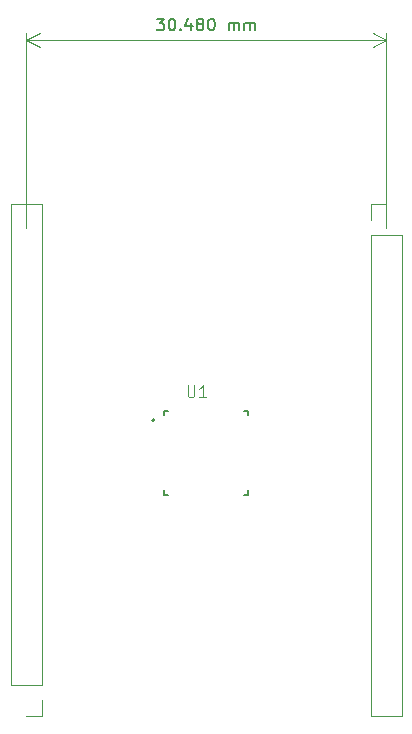
<source format=gbr>
G04 #@! TF.GenerationSoftware,KiCad,Pcbnew,(5.1.5-0-10_14)*
G04 #@! TF.CreationDate,2020-05-04T17:52:18-06:00*
G04 #@! TF.ProjectId,L6207Q,4c363230-3751-42e6-9b69-6361645f7063,rev?*
G04 #@! TF.SameCoordinates,Original*
G04 #@! TF.FileFunction,Legend,Top*
G04 #@! TF.FilePolarity,Positive*
%FSLAX46Y46*%
G04 Gerber Fmt 4.6, Leading zero omitted, Abs format (unit mm)*
G04 Created by KiCad (PCBNEW (5.1.5-0-10_14)) date 2020-05-04 17:52:18*
%MOMM*%
%LPD*%
G04 APERTURE LIST*
%ADD10C,0.150000*%
%ADD11C,0.120000*%
%ADD12C,0.127000*%
%ADD13C,0.200000*%
%ADD14C,0.015000*%
G04 APERTURE END LIST*
D10*
X25019523Y3087619D02*
X25638571Y3087619D01*
X25305238Y2706666D01*
X25448095Y2706666D01*
X25543333Y2659047D01*
X25590952Y2611428D01*
X25638571Y2516190D01*
X25638571Y2278095D01*
X25590952Y2182857D01*
X25543333Y2135238D01*
X25448095Y2087619D01*
X25162380Y2087619D01*
X25067142Y2135238D01*
X25019523Y2182857D01*
X26257619Y3087619D02*
X26352857Y3087619D01*
X26448095Y3040000D01*
X26495714Y2992380D01*
X26543333Y2897142D01*
X26590952Y2706666D01*
X26590952Y2468571D01*
X26543333Y2278095D01*
X26495714Y2182857D01*
X26448095Y2135238D01*
X26352857Y2087619D01*
X26257619Y2087619D01*
X26162380Y2135238D01*
X26114761Y2182857D01*
X26067142Y2278095D01*
X26019523Y2468571D01*
X26019523Y2706666D01*
X26067142Y2897142D01*
X26114761Y2992380D01*
X26162380Y3040000D01*
X26257619Y3087619D01*
X27019523Y2182857D02*
X27067142Y2135238D01*
X27019523Y2087619D01*
X26971904Y2135238D01*
X27019523Y2182857D01*
X27019523Y2087619D01*
X27924285Y2754285D02*
X27924285Y2087619D01*
X27686190Y3135238D02*
X27448095Y2420952D01*
X28067142Y2420952D01*
X28590952Y2659047D02*
X28495714Y2706666D01*
X28448095Y2754285D01*
X28400476Y2849523D01*
X28400476Y2897142D01*
X28448095Y2992380D01*
X28495714Y3040000D01*
X28590952Y3087619D01*
X28781428Y3087619D01*
X28876666Y3040000D01*
X28924285Y2992380D01*
X28971904Y2897142D01*
X28971904Y2849523D01*
X28924285Y2754285D01*
X28876666Y2706666D01*
X28781428Y2659047D01*
X28590952Y2659047D01*
X28495714Y2611428D01*
X28448095Y2563809D01*
X28400476Y2468571D01*
X28400476Y2278095D01*
X28448095Y2182857D01*
X28495714Y2135238D01*
X28590952Y2087619D01*
X28781428Y2087619D01*
X28876666Y2135238D01*
X28924285Y2182857D01*
X28971904Y2278095D01*
X28971904Y2468571D01*
X28924285Y2563809D01*
X28876666Y2611428D01*
X28781428Y2659047D01*
X29590952Y3087619D02*
X29686190Y3087619D01*
X29781428Y3040000D01*
X29829047Y2992380D01*
X29876666Y2897142D01*
X29924285Y2706666D01*
X29924285Y2468571D01*
X29876666Y2278095D01*
X29829047Y2182857D01*
X29781428Y2135238D01*
X29686190Y2087619D01*
X29590952Y2087619D01*
X29495714Y2135238D01*
X29448095Y2182857D01*
X29400476Y2278095D01*
X29352857Y2468571D01*
X29352857Y2706666D01*
X29400476Y2897142D01*
X29448095Y2992380D01*
X29495714Y3040000D01*
X29590952Y3087619D01*
X31114761Y2087619D02*
X31114761Y2754285D01*
X31114761Y2659047D02*
X31162380Y2706666D01*
X31257619Y2754285D01*
X31400476Y2754285D01*
X31495714Y2706666D01*
X31543333Y2611428D01*
X31543333Y2087619D01*
X31543333Y2611428D02*
X31590952Y2706666D01*
X31686190Y2754285D01*
X31829047Y2754285D01*
X31924285Y2706666D01*
X31971904Y2611428D01*
X31971904Y2087619D01*
X32448095Y2087619D02*
X32448095Y2754285D01*
X32448095Y2659047D02*
X32495714Y2706666D01*
X32590952Y2754285D01*
X32733809Y2754285D01*
X32829047Y2706666D01*
X32876666Y2611428D01*
X32876666Y2087619D01*
X32876666Y2611428D02*
X32924285Y2706666D01*
X33019523Y2754285D01*
X33162380Y2754285D01*
X33257619Y2706666D01*
X33305238Y2611428D01*
X33305238Y2087619D01*
D11*
X13970000Y1270000D02*
X44450000Y1270000D01*
X13970000Y-14605000D02*
X13970000Y1856421D01*
X44450000Y-14605000D02*
X44450000Y1856421D01*
X44450000Y1270000D02*
X43323496Y683579D01*
X44450000Y1270000D02*
X43323496Y1856421D01*
X13970000Y1270000D02*
X15096504Y683579D01*
X13970000Y1270000D02*
X15096504Y1856421D01*
D12*
X25660000Y-30105000D02*
X25660000Y-30450000D01*
X25660000Y-37205000D02*
X25660000Y-36860000D01*
X32760000Y-30105000D02*
X32760000Y-30450000D01*
X32760000Y-37205000D02*
X32760000Y-36860000D01*
X25660000Y-30105000D02*
X26005000Y-30105000D01*
X25660000Y-37205000D02*
X26005000Y-37205000D01*
X32760000Y-30105000D02*
X32415000Y-30105000D01*
X32760000Y-37205000D02*
X32415000Y-37205000D01*
D13*
X24815000Y-30905000D02*
G75*
G03X24815000Y-30905000I-100000J0D01*
G01*
D11*
X43120000Y-12640000D02*
X44450000Y-12640000D01*
X43120000Y-13970000D02*
X43120000Y-12640000D01*
X43120000Y-15240000D02*
X45780000Y-15240000D01*
X45780000Y-15240000D02*
X45780000Y-55940000D01*
X43120000Y-15240000D02*
X43120000Y-55940000D01*
X43120000Y-55940000D02*
X45780000Y-55940000D01*
X15300000Y-55940000D02*
X13970000Y-55940000D01*
X15300000Y-54610000D02*
X15300000Y-55940000D01*
X15300000Y-53340000D02*
X12640000Y-53340000D01*
X12640000Y-53340000D02*
X12640000Y-12640000D01*
X15300000Y-53340000D02*
X15300000Y-12640000D01*
X15300000Y-12640000D02*
X12640000Y-12640000D01*
D14*
X27623095Y-27972380D02*
X27623095Y-28781904D01*
X27670714Y-28877142D01*
X27718333Y-28924761D01*
X27813571Y-28972380D01*
X28004047Y-28972380D01*
X28099285Y-28924761D01*
X28146904Y-28877142D01*
X28194523Y-28781904D01*
X28194523Y-27972380D01*
X29194523Y-28972380D02*
X28623095Y-28972380D01*
X28908809Y-28972380D02*
X28908809Y-27972380D01*
X28813571Y-28115238D01*
X28718333Y-28210476D01*
X28623095Y-28258095D01*
M02*

</source>
